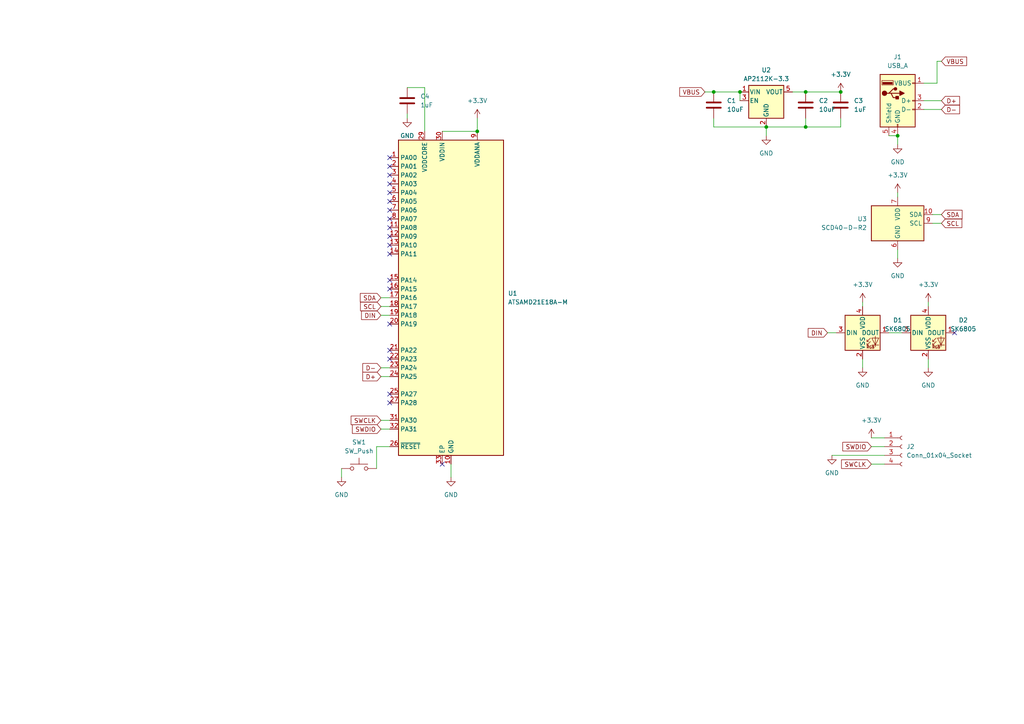
<source format=kicad_sch>
(kicad_sch (version 20231120) (generator "eeschema") (generator_version "8.0")
  (paper "A4")
  (lib_symbols
    (symbol "Connector:Conn_01x04_Socket" (pin_names (offset 1.016) hide)
      (property "Reference" "J" (at 0 5.08 0))
      (property "Value" "Conn_01x04_Socket" (at 0 -7.62 0))
      (symbol "Conn_01x04_Socket_1_1"
        (arc (start 0 -4.572) (mid -0.5058 -5.08) (end 0 -5.588) (stroke (width 0.1524)))
        (arc (start 0 -2.032) (mid -0.5058 -2.54) (end 0 -3.048) (stroke (width 0.1524)))
        (polyline (pts (xy -1.27 -5.08) (xy -0.508 -5.08)) (stroke (width 0.1524)))
        (polyline (pts (xy -1.27 -2.54) (xy -0.508 -2.54)) (stroke (width 0.1524)))
        (polyline (pts (xy -1.27 0) (xy -0.508 0)) (stroke (width 0.1524)))
        (polyline (pts (xy -1.27 2.54) (xy -0.508 2.54)) (stroke (width 0.1524)))
        (arc (start 0 0.508) (mid -0.5058 0) (end 0 -0.508) (stroke (width 0.1524)))
        (arc (start 0 3.048) (mid -0.5058 2.54) (end 0 2.032) (stroke (width 0.1524)))
        (pin passive line (at -5.08 2.54 0) (length 3.81) (name "Pin_1") (number "1"))
        (pin passive line (at -5.08 0 0) (length 3.81) (name "Pin_2") (number "2"))
        (pin passive line (at -5.08 -2.54 0) (length 3.81) (name "Pin_3") (number "3"))
        (pin passive line (at -5.08 -5.08 0) (length 3.81) (name "Pin_4") (number "4"))
      )
    )
    (symbol "Connector:USB_A" (pin_names (offset 1.016))
      (property "Reference" "J" (at -5.08 11.43 0))
      (property "Value" "USB_A" (at -5.08 8.89 0))
      (symbol "USB_A_0_1"
        (rectangle (start -5.08 -7.62) (end 5.08 7.62) (stroke (width 0.254)) (fill (type background)))
        (circle (center -3.81 2.159) (radius 0.635) (stroke (width 0.254)) (fill (type outline)))
        (rectangle (start -1.524 4.826) (end -4.318 5.334) (fill (type outline)))
        (rectangle (start -1.27 4.572) (end -4.572 5.842))
        (circle (center -0.635 3.429) (radius 0.381) (stroke (width 0.254)) (fill (type outline)))
        (rectangle (start -0.127 -7.62) (end 0.127 -6.858))
        (polyline (pts (xy -3.175 2.159) (xy -2.54 2.159) (xy -1.27 3.429) (xy -0.635 3.429)) (stroke (width 0.254)))
        (polyline (pts (xy -2.54 2.159) (xy -1.905 2.159) (xy -1.27 0.889) (xy 0 0.889)) (stroke (width 0.254)))
        (polyline (pts (xy 0.635 2.794) (xy 0.635 1.524) (xy 1.905 2.159) (xy 0.635 2.794)) (stroke (width 0.254)) (fill (type outline)))
        (rectangle (start 0.254 1.27) (end -0.508 0.508) (stroke (width 0.254)) (fill (type outline)))
        (rectangle (start 5.08 -2.667) (end 4.318 -2.413))
        (rectangle (start 5.08 -0.127) (end 4.318 0.127))
        (rectangle (start 5.08 4.953) (end 4.318 5.207))
      )
      (symbol "USB_A_1_1"
        (polyline (pts (xy -1.905 2.159) (xy 0.635 2.159)) (stroke (width 0.254)))
        (pin power_in line (at 7.62 5.08 180) (length 2.54) (name "VBUS") (number "1"))
        (pin bidirectional line (at 7.62 -2.54 180) (length 2.54) (name "D-") (number "2"))
        (pin bidirectional line (at 7.62 0 180) (length 2.54) (name "D+") (number "3"))
        (pin power_in line (at 0 -10.16 90) (length 2.54) (name "GND") (number "4"))
        (pin passive line (at -2.54 -10.16 90) (length 2.54) (name "Shield") (number "5"))
      )
    )
    (symbol "Device:C" (pin_numbers hide) (pin_names (offset 0.254))
      (property "Reference" "C" (at 0.635 2.54 0))
      (property "Value" "C" (at 0.635 -2.54 0))
      (symbol "C_0_1"
        (polyline (pts (xy -2.032 -0.762) (xy 2.032 -0.762)) (stroke (width 0.508)))
        (polyline (pts (xy -2.032 0.762) (xy 2.032 0.762)) (stroke (width 0.508)))
      )
      (symbol "C_1_1"
        (pin passive line (at 0 3.81 270) (length 2.794) (name "~") (number "1"))
        (pin passive line (at 0 -3.81 90) (length 2.794) (name "~") (number "2"))
      )
    )
    (symbol "LED:SK6805" (pin_names (offset 0.254))
      (property "Reference" "D" (at 5.08 5.715 0))
      (property "Value" "SK6805" (at 1.27 -5.715 0))
      (symbol "SK6805_0_0"
        (text "RGB" (at 2.286 -4.191 0) (effects (font (size 0.762 0.762))))
      )
      (symbol "SK6805_0_1"
        (polyline (pts (xy 1.27 -3.556) (xy 1.778 -3.556)))
        (polyline (pts (xy 1.27 -2.54) (xy 1.778 -2.54)))
        (polyline (pts (xy 4.699 -3.556) (xy 2.667 -3.556)))
        (polyline (pts (xy 2.286 -2.54) (xy 1.27 -3.556) (xy 1.27 -3.048)))
        (polyline (pts (xy 2.286 -1.524) (xy 1.27 -2.54) (xy 1.27 -2.032)))
        (polyline (pts (xy 3.683 -1.016) (xy 3.683 -3.556) (xy 3.683 -4.064)))
        (polyline (pts (xy 4.699 -1.524) (xy 2.667 -1.524) (xy 3.683 -3.556) (xy 4.699 -1.524)))
        (rectangle (start 5.08 5.08) (end -5.08 -5.08) (stroke (width 0.254)) (fill (type background)))
      )
      (symbol "SK6805_1_1"
        (pin output line (at 7.62 0 180) (length 2.54) (name "DOUT") (number "1"))
        (pin power_in line (at 0 -7.62 90) (length 2.54) (name "VSS") (number "2"))
        (pin input line (at -7.62 0 0) (length 2.54) (name "DIN") (number "3"))
        (pin power_in line (at 0 7.62 270) (length 2.54) (name "VDD") (number "4"))
      )
    )
    (symbol "MCU_Microchip_SAMD:ATSAMD21E18A-M"
      (property "Reference" "U" (at -13.97 46.99 0))
      (property "Value" "ATSAMD21E18A-M" (at 16.51 46.99 0))
      (symbol "ATSAMD21E18A-M_1_1"
        (rectangle (start -15.24 45.72) (end 15.24 -45.72) (stroke (width 0.254)) (fill (type background)))
        (pin bidirectional line (at -17.78 40.64 0) (length 2.54) (name "PA00") (number "1"))
        (pin power_in line (at 0 -48.26 90) (length 2.54) (name "GND") (number "10"))
        (pin bidirectional line (at -17.78 20.32 0) (length 2.54) (name "PA08") (number "11"))
        (pin bidirectional line (at -17.78 17.78 0) (length 2.54) (name "PA09") (number "12"))
        (pin bidirectional line (at -17.78 15.24 0) (length 2.54) (name "PA10") (number "13"))
        (pin bidirectional line (at -17.78 12.7 0) (length 2.54) (name "PA11") (number "14"))
        (pin bidirectional line (at -17.78 5.08 0) (length 2.54) (name "PA14") (number "15"))
        (pin bidirectional line (at -17.78 2.54 0) (length 2.54) (name "PA15") (number "16"))
        (pin bidirectional line (at -17.78 0 0) (length 2.54) (name "PA16") (number "17"))
        (pin bidirectional line (at -17.78 -2.54 0) (length 2.54) (name "PA17") (number "18"))
        (pin bidirectional line (at -17.78 -5.08 0) (length 2.54) (name "PA18") (number "19"))
        (pin bidirectional line (at -17.78 38.1 0) (length 2.54) (name "PA01") (number "2"))
        (pin bidirectional line (at -17.78 -7.62 0) (length 2.54) (name "PA19") (number "20"))
        (pin bidirectional line (at -17.78 -15.24 0) (length 2.54) (name "PA22") (number "21"))
        (pin bidirectional line (at -17.78 -17.78 0) (length 2.54) (name "PA23") (number "22"))
        (pin bidirectional line (at -17.78 -20.32 0) (length 2.54) (name "PA24") (number "23"))
        (pin bidirectional line (at -17.78 -22.86 0) (length 2.54) (name "PA25") (number "24"))
        (pin bidirectional line (at -17.78 -27.94 0) (length 2.54) (name "PA27") (number "25"))
        (pin input line (at -17.78 -43.18 0) (length 2.54) (name "~{RESET}") (number "26"))
        (pin bidirectional line (at -17.78 -30.48 0) (length 2.54) (name "PA28") (number "27"))
        (pin passive line (at 0 -48.26 90) (length 2.54) hide (name "GND") (number "28"))
        (pin power_out line (at -7.62 48.26 270) (length 2.54) (name "VDDCORE") (number "29"))
        (pin bidirectional line (at -17.78 35.56 0) (length 2.54) (name "PA02") (number "3"))
        (pin power_in line (at -2.54 48.26 270) (length 2.54) (name "VDDIN") (number "30"))
        (pin bidirectional line (at -17.78 -35.56 0) (length 2.54) (name "PA30") (number "31"))
        (pin bidirectional line (at -17.78 -38.1 0) (length 2.54) (name "PA31") (number "32"))
        (pin passive line (at -2.54 -48.26 90) (length 2.54) (name "EP") (number "33"))
        (pin bidirectional line (at -17.78 33.02 0) (length 2.54) (name "PA03") (number "4"))
        (pin bidirectional line (at -17.78 30.48 0) (length 2.54) (name "PA04") (number "5"))
        (pin bidirectional line (at -17.78 27.94 0) (length 2.54) (name "PA05") (number "6"))
        (pin bidirectional line (at -17.78 25.4 0) (length 2.54) (name "PA06") (number "7"))
        (pin bidirectional line (at -17.78 22.86 0) (length 2.54) (name "PA07") (number "8"))
        (pin power_in line (at 7.62 48.26 270) (length 2.54) (name "VDDANA") (number "9"))
      )
    )
    (symbol "Regulator_Linear:AP2112K-3.3" (pin_names (offset 0.254))
      (property "Reference" "U" (at -5.08 5.715 0))
      (property "Value" "AP2112K-3.3" (at 0 5.715 0))
      (symbol "AP2112K-3.3_0_1"
        (rectangle (start -5.08 4.445) (end 5.08 -5.08) (stroke (width 0.254)) (fill (type background)))
      )
      (symbol "AP2112K-3.3_1_1"
        (pin power_in line (at -7.62 2.54 0) (length 2.54) (name "VIN") (number "1"))
        (pin power_in line (at 0 -7.62 90) (length 2.54) (name "GND") (number "2"))
        (pin input line (at -7.62 0 0) (length 2.54) (name "EN") (number "3"))
        (pin no_connect line (at 5.08 0 180) (length 2.54) hide (name "NC") (number "4"))
        (pin power_out line (at 7.62 2.54 180) (length 2.54) (name "VOUT") (number "5"))
      )
    )
    (symbol "Sensor_Gas:SCD40-D-R2"
      (property "Reference" "U" (at -7.62 6.35 0))
      (property "Value" "SCD40-D-R2" (at 6.985 6.35 0))
      (symbol "SCD40-D-R2_0_1"
        (rectangle (start 7.62 5.08) (end -7.62 -5.08) (stroke (width 0.254)) (fill (type background)))
      )
      (symbol "SCD40-D-R2_1_1"
        (pin bidirectional line (at 10.16 2.54 180) (length 2.54) (name "SDA") (number "10"))
        (pin passive line (at 0 7.62 270) (length 2.54) hide (name "VDD") (number "19"))
        (pin passive line (at 0 -7.62 90) (length 2.54) hide (name "GND") (number "20"))
        (pin passive line (at 0 -7.62 90) (length 2.54) hide (name "GND") (number "21"))
        (pin power_in line (at 0 -7.62 90) (length 2.54) (name "GND") (number "6"))
        (pin power_in line (at 0 7.62 270) (length 2.54) (name "VDD") (number "7"))
        (pin input line (at 10.16 0 180) (length 2.54) (name "SCL") (number "9"))
      )
    )
    (symbol "Switch:SW_Push" (pin_numbers hide) (pin_names (offset 1.016) hide)
      (property "Reference" "SW" (at 1.27 2.54 0))
      (property "Value" "SW_Push" (at 0 -1.524 0))
      (symbol "SW_Push_0_1"
        (circle (center -2.032 0) (radius 0.508))
        (polyline (pts (xy 0 1.27) (xy 0 3.048)))
        (polyline (pts (xy 2.54 1.27) (xy -2.54 1.27)))
        (circle (center 2.032 0) (radius 0.508))
        (pin passive line (at -5.08 0 0) (length 2.54) (name "1") (number "1"))
        (pin passive line (at 5.08 0 180) (length 2.54) (name "2") (number "2"))
      )
    )
    (symbol "power:+3.3V" (power) (pin_names (offset 0))
      (property "Value" "+3.3V" (at 0 3.556 0))
      (symbol "+3.3V_0_1"
        (polyline (pts (xy -0.762 1.27) (xy 0 2.54)))
        (polyline (pts (xy 0 0) (xy 0 2.54)))
        (polyline (pts (xy 0 2.54) (xy 0.762 1.27)))
      )
      (symbol "+3.3V_1_1"
        (pin power_in line (at 0 0 90) (length 0) hide (name "+3.3V") (number "1"))
      )
    )
    (symbol "power:GND" (power) (pin_names (offset 0))
      (property "Value" "GND" (at 0 -3.81 0))
      (symbol "GND_0_1"
        (polyline (pts (xy 0 0) (xy 0 -1.27) (xy 1.27 -1.27) (xy 0 -2.54) (xy -1.27 -1.27) (xy 0 -1.27)))
      )
      (symbol "GND_1_1"
        (pin power_in line (at 0 0 270) (length 0) hide (name "GND") (number "1"))
      )
    )
  )
  (junction (at 138.43 38.1))
  (junction (at 214.63 26.67))
  (junction (at 233.68 36.83))
  (junction (at 243.84 26.67))
  (junction (at 260.35 39.37))
  (junction (at 222.25 36.83))
  (junction (at 207.01 26.67))
  (junction (at 233.68 26.67))
  (no_connect (at 113.03 68.58))
  (no_connect (at 113.03 58.42))
  (no_connect (at 113.03 50.8))
  (no_connect (at 113.03 48.26))
  (no_connect (at 113.03 63.5))
  (no_connect (at 113.03 114.3))
  (no_connect (at 113.03 81.28))
  (no_connect (at 113.03 66.04))
  (no_connect (at 113.03 53.34))
  (no_connect (at 113.03 45.72))
  (no_connect (at 113.03 116.84))
  (no_connect (at 113.03 83.82))
  (no_connect (at 113.03 71.12))
  (no_connect (at 128.27 134.62))
  (no_connect (at 113.03 73.66))
  (no_connect (at 113.03 104.14))
  (no_connect (at 276.86 96.52))
  (no_connect (at 113.03 60.96))
  (no_connect (at 113.03 55.88))
  (no_connect (at 113.03 93.98))
  (no_connect (at 113.03 101.6))
  (wire (pts (xy 260.35 72.39) (xy 260.35 74.93)))
  (wire (pts (xy 271.78 17.78) (xy 273.05 17.78)))
  (wire (pts (xy 222.25 36.83) (xy 222.25 39.37)))
  (wire (pts (xy 257.81 96.52) (xy 261.62 96.52)))
  (wire (pts (xy 229.87 26.67) (xy 233.68 26.67)))
  (wire (pts (xy 118.11 25.4) (xy 123.19 25.4)))
  (wire (pts (xy 110.49 109.22) (xy 113.03 109.22)))
  (wire (pts (xy 109.22 129.54) (xy 113.03 129.54)))
  (wire (pts (xy 130.81 134.62) (xy 130.81 138.43)))
  (wire (pts (xy 207.01 26.67) (xy 214.63 26.67)))
  (wire (pts (xy 118.11 33.02) (xy 118.11 34.29)))
  (wire (pts (xy 214.63 26.67) (xy 214.63 29.21)))
  (wire (pts (xy 250.19 104.14) (xy 250.19 106.68)))
  (wire (pts (xy 241.3 132.08) (xy 256.54 132.08)))
  (wire (pts (xy 240.03 96.52) (xy 242.57 96.52)))
  (wire (pts (xy 260.35 39.37) (xy 260.35 41.91)))
  (wire (pts (xy 270.51 64.77) (xy 273.05 64.77)))
  (wire (pts (xy 233.68 36.83) (xy 222.25 36.83)))
  (wire (pts (xy 243.84 36.83) (xy 233.68 36.83)))
  (wire (pts (xy 252.73 134.62) (xy 256.54 134.62)))
  (wire (pts (xy 110.49 106.68) (xy 113.03 106.68)))
  (wire (pts (xy 257.81 39.37) (xy 260.35 39.37)))
  (wire (pts (xy 250.19 87.63) (xy 250.19 88.9)))
  (wire (pts (xy 271.78 24.13) (xy 267.97 24.13)))
  (wire (pts (xy 123.19 25.4) (xy 123.19 38.1)))
  (wire (pts (xy 110.49 86.36) (xy 113.03 86.36)))
  (wire (pts (xy 99.06 135.89) (xy 99.06 138.43)))
  (wire (pts (xy 271.78 17.78) (xy 271.78 24.13)))
  (wire (pts (xy 110.49 88.9) (xy 113.03 88.9)))
  (wire (pts (xy 207.01 34.29) (xy 207.01 36.83)))
  (wire (pts (xy 128.27 38.1) (xy 138.43 38.1)))
  (wire (pts (xy 207.01 36.83) (xy 222.25 36.83)))
  (wire (pts (xy 270.51 62.23) (xy 273.05 62.23)))
  (wire (pts (xy 204.47 26.67) (xy 207.01 26.67)))
  (wire (pts (xy 233.68 26.67) (xy 243.84 26.67)))
  (wire (pts (xy 260.35 55.88) (xy 260.35 57.15)))
  (wire (pts (xy 252.73 127) (xy 256.54 127)))
  (wire (pts (xy 110.49 121.92) (xy 113.03 121.92)))
  (wire (pts (xy 243.84 34.29) (xy 243.84 36.83)))
  (wire (pts (xy 109.22 135.89) (xy 109.22 129.54)))
  (wire (pts (xy 267.97 29.21) (xy 273.05 29.21)))
  (wire (pts (xy 252.73 129.54) (xy 256.54 129.54)))
  (wire (pts (xy 110.49 124.46) (xy 113.03 124.46)))
  (wire (pts (xy 233.68 34.29) (xy 233.68 36.83)))
  (wire (pts (xy 269.24 104.14) (xy 269.24 106.68)))
  (wire (pts (xy 267.97 31.75) (xy 273.05 31.75)))
  (wire (pts (xy 269.24 87.63) (xy 269.24 88.9)))
  (wire (pts (xy 138.43 34.29) (xy 138.43 38.1)))
  (wire (pts (xy 110.49 91.44) (xy 113.03 91.44)))
  (global_label "D-" (shape input) (at 273.05 31.75 0) (property "Intersheetrefs" "${INTERSHEET_REFS}" (effects (hide yes))))
  (global_label "DIN" (shape input) (at 110.49 91.44 180) (property "Intersheetrefs" "${INTERSHEET_REFS}" (effects (hide yes))))
  (global_label "VBUS" (shape input) (at 273.05 17.78 0) (property "Intersheetrefs" "${INTERSHEET_REFS}" (effects (hide yes))))
  (global_label "SDA" (shape input) (at 110.49 86.36 180) (property "Intersheetrefs" "${INTERSHEET_REFS}" (effects (hide yes))))
  (global_label "D-" (shape input) (at 110.49 106.68 180) (property "Intersheetrefs" "${INTERSHEET_REFS}" (effects (hide yes))))
  (global_label "SCL" (shape input) (at 110.49 88.9 180) (property "Intersheetrefs" "${INTERSHEET_REFS}" (effects (hide yes))))
  (global_label "SCL" (shape input) (at 273.05 64.77 0) (property "Intersheetrefs" "${INTERSHEET_REFS}" (effects (hide yes))))
  (global_label "SWCLK" (shape input) (at 110.49 121.92 180) (property "Intersheetrefs" "${INTERSHEET_REFS}" (effects (hide yes))))
  (global_label "SWCLK" (shape input) (at 252.73 134.62 180) (property "Intersheetrefs" "${INTERSHEET_REFS}" (effects (hide yes))))
  (global_label "DIN" (shape input) (at 240.03 96.52 180) (property "Intersheetrefs" "${INTERSHEET_REFS}" (effects (hide yes))))
  (global_label "D+" (shape input) (at 273.05 29.21 0) (property "Intersheetrefs" "${INTERSHEET_REFS}" (effects (hide yes))))
  (global_label "SDA" (shape input) (at 273.05 62.23 0) (property "Intersheetrefs" "${INTERSHEET_REFS}" (effects (hide yes))))
  (global_label "SWDIO" (shape input) (at 252.73 129.54 180) (property "Intersheetrefs" "${INTERSHEET_REFS}" (effects (hide yes))))
  (global_label "D+" (shape input) (at 110.49 109.22 180) (property "Intersheetrefs" "${INTERSHEET_REFS}" (effects (hide yes))))
  (global_label "SWDIO" (shape input) (at 110.49 124.46 180) (property "Intersheetrefs" "${INTERSHEET_REFS}" (effects (hide yes))))
  (global_label "VBUS" (shape input) (at 204.47 26.67 180) (property "Intersheetrefs" "${INTERSHEET_REFS}" (effects (hide yes))))
  (symbol (lib_id "power:+3.3V") (at 250.19 87.63 0) (unit 1)
    (property "Reference" "#PWR011" (effects (hide yes)))
    (property "Value" "+3.3V" (at 250.19 82.55 0))
  )
  (symbol (lib_id "power:GND") (at 222.25 39.37 0) (unit 1)
    (property "Reference" "#PWR02" (effects (hide yes)))
    (property "Value" "GND" (at 222.25 44.45 0))
  )
  (symbol (lib_id "power:+3.3V") (at 138.43 34.29 0) (unit 1)
    (property "Reference" "#PWR05" (effects (hide yes)))
    (property "Value" "+3.3V" (at 138.43 29.21 0))
  )
  (symbol (lib_id "power:GND") (at 260.35 41.91 0) (unit 1)
    (property "Reference" "#PWR01" (effects (hide yes)))
    (property "Value" "GND" (at 260.35 46.99 0))
  )
  (symbol (lib_id "LED:SK6805") (at 250.19 96.52 0) (unit 1)
    (property "Reference" "D1" (at 260.35 92.8721 0))
    (property "Value" "SK6805" (at 260.35 95.4121 0))
    (property "Footprint" "MiniCO2:LED_SK6805_PLCC4_2.4x2.7mm_P1.3mm" (effects (hide yes)))
    (property "Datasheet" "https://cdn-shop.adafruit.com/product-files/3484/3484_Datasheet.pdf" (effects (hide yes)))
    (property "LCSC Part #" "C2909056" (effects (hide yes)))
  )
  (symbol (lib_id "Connector:Conn_01x04_Socket") (at 261.62 129.54 0) (unit 1)
    (property "Reference" "J2" (at 262.89 129.5399 0) (effects (justify left)))
    (property "Value" "Conn_01x04_Socket" (at 262.89 132.0799 0) (effects (justify left)))
    (property "Footprint" "MiniCO2:SWD_pogo_pads" (effects (hide yes)))
    (property "Description" "Generic connector, single row, 01x04, script generated" (effects (hide yes)))
  )
  (symbol (lib_id "Device:C") (at 118.11 29.21 180) (unit 1)
    (property "Reference" "C4" (at 121.92 27.94 0) (effects (justify right)))
    (property "Value" "1uF" (at 121.92 30.48 0) (effects (justify right)))
    (property "Footprint" "Capacitor_SMD:C_0402_1005Metric" (effects (hide yes)))
    (property "LCSC Part #" "C5137485" (effects (hide yes)))
  )
  (symbol (lib_id "Device:C") (at 233.68 30.48 180) (unit 1)
    (property "Reference" "C2" (at 237.49 29.21 0) (effects (justify right)))
    (property "Value" "10uF" (at 237.49 31.75 0) (effects (justify right)))
    (property "Footprint" "Capacitor_SMD:C_0603_1608Metric" (effects (hide yes)))
    (property "LCSC Part #" "C2167716" (effects (hide yes)))
  )
  (symbol (lib_id "power:GND") (at 260.35 74.93 0) (unit 1)
    (property "Reference" "#PWR09" (effects (hide yes)))
    (property "Value" "GND" (at 260.35 80.01 0))
  )
  (symbol (lib_id "power:GND") (at 99.06 138.43 0) (unit 1)
    (property "Reference" "#PWR07" (effects (hide yes)))
    (property "Value" "GND" (at 99.06 143.51 0))
  )
  (symbol (lib_id "power:GND") (at 250.19 106.68 0) (unit 1)
    (property "Reference" "#PWR010" (effects (hide yes)))
    (property "Value" "GND" (at 250.19 111.76 0))
  )
  (symbol (lib_id "power:+3.3V") (at 260.35 55.88 0) (unit 1)
    (property "Reference" "#PWR08" (effects (hide yes)))
    (property "Value" "+3.3V" (at 260.35 50.8 0))
  )
  (symbol (lib_id "power:GND") (at 130.81 138.43 0) (unit 1)
    (property "Reference" "#PWR04" (effects (hide yes)))
    (property "Value" "GND" (at 130.81 143.51 0))
  )
  (symbol (lib_id "MCU_Microchip_SAMD:ATSAMD21E18A-M") (at 130.81 86.36 0) (unit 1)
    (property "Reference" "U1" (at 147.32 85.09 0) (effects (justify left)))
    (property "Value" "ATSAMD21E18A-M" (at 147.32 87.63 0) (effects (justify left)))
    (property "Footprint" "MiniCO2:QFN-32-1EP_5x5mm_P0.5mm_EP3.6x3.6mm" (effects (hide yes)))
    (property "Datasheet" "http://ww1.microchip.com/downloads/en/DeviceDoc/SAM_D21_DA1_Family_Data%20Sheet_DS40001882E.pdf" (effects (hide yes)))
    (property "LCSC Part #" "C2052801" (effects (hide yes)))
  )
  (symbol (lib_id "power:+3.3V") (at 243.84 26.67 0) (unit 1)
    (property "Reference" "#PWR03" (effects (hide yes)))
    (property "Value" "+3.3V" (at 243.84 21.59 0))
  )
  (symbol (lib_id "power:+3.3V") (at 269.24 87.63 0) (unit 1)
    (property "Reference" "#PWR012" (effects (hide yes)))
    (property "Value" "+3.3V" (at 269.24 82.55 0))
  )
  (symbol (lib_id "power:+3.3V") (at 252.73 127 0) (unit 1)
    (property "Reference" "#PWR015" (effects (hide yes)))
    (property "Value" "+3.3V" (at 252.73 121.92 0))
  )
  (symbol (lib_id "power:GND") (at 241.3 132.08 0) (unit 1)
    (property "Reference" "#PWR014" (effects (hide yes)))
    (property "Value" "GND" (at 241.3 137.16 0))
  )
  (symbol (lib_id "Device:C") (at 243.84 30.48 180) (unit 1)
    (property "Reference" "C3" (at 247.65 29.21 0) (effects (justify right)))
    (property "Value" "1uF" (at 247.65 31.75 0) (effects (justify right)))
    (property "Footprint" "Capacitor_SMD:C_0402_1005Metric" (effects (hide yes)))
    (property "LCSC Part #" "C5137485" (effects (hide yes)))
  )
  (symbol (lib_id "Device:C") (at 207.01 30.48 180) (unit 1)
    (property "Reference" "C1" (at 210.82 29.21 0) (effects (justify right)))
    (property "Value" "10uF" (at 210.82 31.75 0) (effects (justify right)))
    (property "Footprint" "Capacitor_SMD:C_0603_1608Metric" (effects (hide yes)))
    (property "LCSC Part #" "C2167716" (effects (hide yes)))
  )
  (symbol (lib_id "Connector:USB_A") (at 260.35 29.21 0) (unit 1)
    (property "Reference" "J1" (at 260.35 16.51 0))
    (property "Value" "USB_A" (at 260.35 19.05 0))
    (property "Footprint" "MiniCO2:917-P81A102ED60200" (effects (hide yes)))
    (property "LCSC Part #" "C2763086" (effects (hide yes)))
  )
  (symbol (lib_id "power:GND") (at 118.11 34.29 0) (unit 1)
    (property "Reference" "#PWR06" (effects (hide yes)))
    (property "Value" "GND" (at 118.11 39.37 0))
  )
  (symbol (lib_id "Regulator_Linear:AP2112K-3.3") (at 222.25 29.21 0) (unit 1)
    (property "Reference" "U2" (at 222.25 20.32 0))
    (property "Value" "AP2112K-3.3" (at 222.25 22.86 0))
    (property "Footprint" "Package_TO_SOT_SMD:SOT-23-5" (effects (hide yes)))
    (property "Datasheet" "https://www.diodes.com/assets/Datasheets/AP2112.pdf" (effects (hide yes)))
    (property "LCSC Part #" "C51118" (effects (hide yes)))
  )
  (symbol (lib_id "Sensor_Gas:SCD40-D-R2") (at 260.35 64.77 0) (unit 1)
    (property "Reference" "U3" (at 251.46 63.5 0) (effects (justify right)))
    (property "Value" "SCD40-D-R2" (at 251.46 66.04 0) (effects (justify right)))
    (property "Footprint" "MiniCO2:Sensirion_SCD4x-1EP_10.1x10.1mm_P1.25mm_EP4.8x4.8mm" (effects (hide yes)))
    (property "Datasheet" "https://sensirion.com/media/documents/E0F04247/631EF271/CD_DS_SCD40_SCD41_Datasheet_D1.pdf" (effects (hide yes)))
    (property "LCSC Part #" "C3659421" (effects (hide yes)))
  )
  (symbol (lib_id "Switch:SW_Push") (at 104.14 135.89 0) (unit 1)
    (property "Reference" "SW1" (at 104.14 128.27 0))
    (property "Value" "SW_Push" (at 104.14 130.81 0))
    (property "Footprint" "MiniCO2:LS75C2D-T" (effects (hide yes)))
    (property "LCSC Part #" "C962551" (effects (hide yes)))
  )
  (symbol (lib_id "LED:SK6805") (at 269.24 96.52 0) (unit 1)
    (property "Reference" "D2" (at 279.4 92.8721 0))
    (property "Value" "SK6805" (at 279.4 95.4121 0))
    (property "Footprint" "MiniCO2:LED_SK6805_PLCC4_2.4x2.7mm_P1.3mm" (effects (hide yes)))
    (property "Datasheet" "https://cdn-shop.adafruit.com/product-files/3484/3484_Datasheet.pdf" (effects (hide yes)))
    (property "LCSC Part #" "C2909056" (effects (hide yes)))
  )
  (symbol (lib_id "power:GND") (at 269.24 106.68 0) (unit 1)
    (property "Reference" "#PWR013" (effects (hide yes)))
    (property "Value" "GND" (at 269.24 111.76 0))
  )
)
</source>
